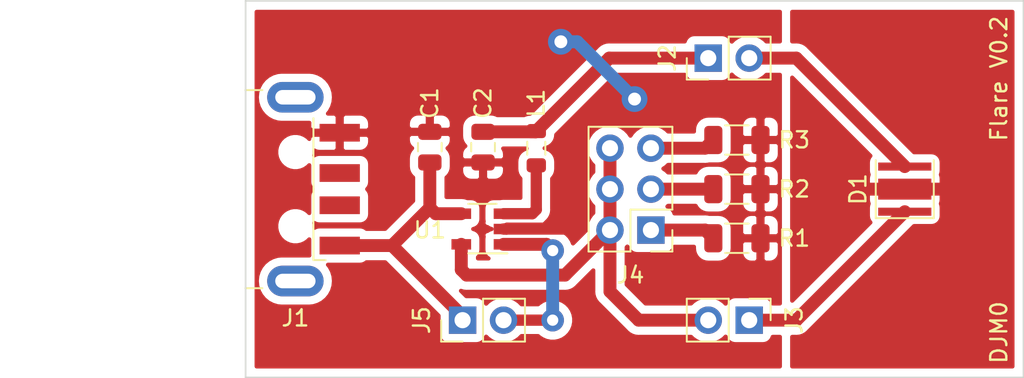
<source format=kicad_pcb>
(kicad_pcb (version 20211014) (generator pcbnew)
  (title_block (title "Flare") (date "2022-01-08") (rev "0.2") (company "DJM0"))
  (layers (0 "F.Cu" signal) (31 "B.Cu" signal) (34 "B.Paste" user) (35 "F.Paste" user) (36 "B.SilkS" user "B.Silkscreen") (37 "F.SilkS" user "F.Silkscreen") (38 "B.Mask" user) (39 "F.Mask" user) (44 "Edge.Cuts" user))
  (net 0 "")
  (net 1 "GND")
  (net 2 "Net-(C1-Pad1)")
  (net 3 "Net-(C2-Pad1)")
  (net 4 "Net-(D1-Pad1)")
  (net 5 "Net-(D1-Pad2)")
  (net 6 "Net-(J1-Pad5)")
  (net 7 "Net-(J1-Pad3)")
  (net 8 "Net-(J1-Pad2)")
  (net 9 "Net-(J3-Pad2)")
  (net 10 "Net-(J4-Pad5)")
  (net 11 "Net-(J4-Pad3)")
  (net 12 "Net-(J4-Pad1)")
  (net 13 "Net-(L1-Pad2)")
  (net 14 "Earth")
  (net 15 "Net-(J5-Pad2)")
  (footprint "Capacitor_SMD:C_0805_2012Metric" (layer "F.Cu") (at 95.25 66.99 90)
    (fp_text reference "C1" (at 2.728 0 90) (layer "F.SilkS"))
    (fp_text value "10uF")
    (fp_line (start -0.261252 -0.735) (end 0.261252 -0.735) (layer "F.SilkS") (width 0.12))
    (fp_line (start -0.261252 0.735) (end 0.261252 0.735) (layer "F.SilkS") (width 0.12))
    (pad "1" smd roundrect locked (at -0.95 0 90) (size 1 1.45) (layers "F.Cu" "F.Paste" "F.Mask") (net 2 "Net-(C1-Pad1)"))
    (pad "2" smd roundrect locked (at 0.95 0 90) (size 1 1.45) (layers "F.Cu" "F.Paste" "F.Mask") (net 1 "GND"))
  )
  (footprint "LED_SMD:LED_Cree-XP-G" (layer "F.Cu") (at 124.714 69.596 90)
    (fp_text reference "D1" (at 0 -2.9 90) (layer "F.SilkS"))
    (fp_text value "LED")
    (fp_line (start -1.8 1.8) (end -1.8 -1.8) (layer "F.SilkS") (width 0.12))
    (fp_line (start -1.8 -1.8) (end 1.8 -1.8) (layer "F.SilkS") (width 0.12))
    (fp_line (start 1.8 1.8) (end -1.8 1.8) (layer "F.SilkS") (width 0.12))
    (pad "1" smd rect locked (at -1.4 0 90) (size 0.5 3.3) (layers "F.Cu" "F.Paste" "F.Mask") (net 4 "Net-(D1-Pad1)"))
    (pad "2" smd rect locked (at 1.4 0 90) (size 0.5 3.3) (layers "F.Cu" "F.Paste" "F.Mask") (net 5 "Net-(D1-Pad2)"))
    (pad "3" smd rect locked (at 0 0 90) (size 1.3 3.3) (layers "F.Cu" "F.Mask") (net 14 "Earth"))
  )
  (footprint "Connector_USB:USB_A_CNCTech_1001-011-01101_Horizontal" (layer "F.Cu") (at 80.01 69.596 180)
    (fp_text reference "J1" (at -6.9 -8) (layer "F.SilkS"))
    (fp_text value "USB_A")
    (fp_line (start -8.02 -4.4) (end -8.775 -4.4) (layer "F.SilkS") (width 0.12))
    (fp_line (start -4.85 -6.145) (end -3.8 -6.145) (layer "F.SilkS") (width 0.12))
    (fp_line (start -4.85 6.145) (end -3.8 6.145) (layer "F.SilkS") (width 0.12))
    (fp_line (start -8.02 -4.4) (end -8.02 4.4) (layer "F.SilkS") (width 0.12))
    (pad "" np_thru_hole circle locked (at -6.9 2.3 180) (size 1.1 1.1) (drill 1.1) (layers *.Cu *.Mask))
    (pad "" np_thru_hole circle locked (at -6.9 -2.3 180) (size 1.1 1.1) (drill 1.1) (layers *.Cu *.Mask))
    (pad "1" smd rect locked (at -9.65 -3.5 180) (size 2.5 1.1) (layers "F.Cu" "F.Paste" "F.Mask") (net 2 "Net-(C1-Pad1)"))
    (pad "2" smd rect locked (at -9.65 -1 180) (size 2.5 1.1) (layers "F.Cu" "F.Paste" "F.Mask") (net 8 "Net-(J1-Pad2)"))
    (pad "3" smd rect locked (at -9.65 1 180) (size 2.5 1.1) (layers "F.Cu" "F.Paste" "F.Mask") (net 7 "Net-(J1-Pad3)"))
    (pad "4" smd rect locked (at -9.65 3.5 180) (size 2.5 1.1) (layers "F.Cu" "F.Paste" "F.Mask") (net 1 "GND"))
    (pad "5" thru_hole oval locked (at -6.9 -5.7 180) (size 3.5 1.9) (drill oval 2.5 0.9) (layers *.Cu *.Mask) (net 6 "Net-(J1-Pad5)"))
    (pad "5" thru_hole oval locked (at -6.9 5.7 180) (size 3.5 1.9) (drill oval 2.5 0.9) (layers *.Cu *.Mask) (net 6 "Net-(J1-Pad5)"))
  )
  (footprint "Connector_PinHeader_2.54mm:PinHeader_1x02_P2.54mm_Vertical" (layer "F.Cu") (at 112.522 61.468 90)
    (fp_text reference "J2" (at 0 -2.54 90) (layer "F.SilkS"))
    (fp_text value "Jumper")
    (fp_line (start -1.33 1.27) (end 1.33 1.27) (layer "F.SilkS") (width 0.12))
    (fp_line (start -1.33 1.27) (end -1.33 3.87) (layer "F.SilkS") (width 0.12))
    (fp_line (start 1.33 1.27) (end 1.33 3.87) (layer "F.SilkS") (width 0.12))
    (fp_line (start -1.33 3.87) (end 1.33 3.87) (layer "F.SilkS") (width 0.12))
    (fp_line (start -1.33 -1.33) (end 0 -1.33) (layer "F.SilkS") (width 0.12))
    (fp_line (start -1.33 0) (end -1.33 -1.33) (layer "F.SilkS") (width 0.12))
    (pad "1" thru_hole rect locked (at 0 0 90) (size 1.7 1.7) (drill 1) (layers *.Cu *.Mask) (net 3 "Net-(C2-Pad1)"))
    (pad "2" thru_hole oval locked (at 0 2.54 90) (size 1.7 1.7) (drill 1) (layers *.Cu *.Mask) (net 5 "Net-(D1-Pad2)"))
  )
  (footprint "Connector_PinHeader_2.54mm:PinHeader_1x02_P2.54mm_Vertical" (layer "F.Cu") (at 115.062 77.724 -90)
    (fp_text reference "J3" (at 0 -2.794 90) (layer "F.SilkS"))
    (fp_text value "Jumper")
    (fp_line (start -1.33 -1.33) (end 0 -1.33) (layer "F.SilkS") (width 0.12))
    (fp_line (start -1.33 1.27) (end -1.33 3.87) (layer "F.SilkS") (width 0.12))
    (fp_line (start -1.33 0) (end -1.33 -1.33) (layer "F.SilkS") (width 0.12))
    (fp_line (start -1.33 3.87) (end 1.33 3.87) (layer "F.SilkS") (width 0.12))
    (fp_line (start 1.33 1.27) (end 1.33 3.87) (layer "F.SilkS") (width 0.12))
    (fp_line (start -1.33 1.27) (end 1.33 1.27) (layer "F.SilkS") (width 0.12))
    (pad "1" thru_hole rect locked (at 0 0 270) (size 1.7 1.7) (drill 1) (layers *.Cu *.Mask) (net 4 "Net-(D1-Pad1)"))
    (pad "2" thru_hole oval locked (at 0 2.54 270) (size 1.7 1.7) (drill 1) (layers *.Cu *.Mask) (net 9 "Net-(J3-Pad2)"))
  )
  (footprint "Connector_PinHeader_2.54mm:PinHeader_2x03_P2.54mm_Vertical" (layer "F.Cu") (at 108.966 72.136 180)
    (fp_text reference "J4" (at 1.27 -2.794) (layer "F.SilkS"))
    (fp_text value "R Selector Pins")
    (fp_line (start -1.33 6.41) (end 3.87 6.41) (layer "F.SilkS") (width 0.12))
    (fp_line (start 1.27 -1.33) (end 3.87 -1.33) (layer "F.SilkS") (width 0.12))
    (fp_line (start 3.87 -1.33) (end 3.87 6.41) (layer "F.SilkS") (width 0.12))
    (fp_line (start 1.27 1.27) (end 1.27 -1.33) (layer "F.SilkS") (width 0.12))
    (fp_line (start -1.33 1.27) (end 1.27 1.27) (layer "F.SilkS") (width 0.12))
    (fp_line (start -1.33 1.27) (end -1.33 6.41) (layer "F.SilkS") (width 0.12))
    (fp_line (start -1.33 -1.33) (end 0 -1.33) (layer "F.SilkS") (width 0.12))
    (fp_line (start -1.33 0) (end -1.33 -1.33) (layer "F.SilkS") (width 0.12))
    (pad "1" thru_hole rect locked (at 0 0 180) (size 1.7 1.7) (drill 1) (layers *.Cu *.Mask) (net 12 "Net-(J4-Pad1)"))
    (pad "2" thru_hole oval locked (at 2.54 0 180) (size 1.7 1.7) (drill 1) (layers *.Cu *.Mask) (net 9 "Net-(J3-Pad2)"))
    (pad "3" thru_hole oval locked (at 0 2.54 180) (size 1.7 1.7) (drill 1) (layers *.Cu *.Mask) (net 11 "Net-(J4-Pad3)"))
    (pad "4" thru_hole oval locked (at 2.54 2.54 180) (size 1.7 1.7) (drill 1) (layers *.Cu *.Mask) (net 9 "Net-(J3-Pad2)"))
    (pad "5" thru_hole oval locked (at 0 5.08 180) (size 1.7 1.7) (drill 1) (layers *.Cu *.Mask) (net 10 "Net-(J4-Pad5)"))
    (pad "6" thru_hole oval locked (at 2.54 5.08 180) (size 1.7 1.7) (drill 1) (layers *.Cu *.Mask) (net 9 "Net-(J3-Pad2)"))
  )
  (footprint "Resistor_SMD:R_1206_3216Metric" (layer "F.Cu") (at 114.3 72.644)
    (fp_text reference "R1" (at 3.556 0) (layer "F.SilkS"))
    (fp_text value "0.1")
    (fp_line (start -0.727064 0.91) (end 0.727064 0.91) (layer "F.SilkS") (width 0.12))
    (fp_line (start -0.727064 -0.91) (end 0.727064 -0.91) (layer "F.SilkS") (width 0.12))
    (pad "1" smd roundrect locked (at -1.4625 0) (size 1.125 1.75) (layers "F.Cu" "F.Paste" "F.Mask") (roundrect_rratio 0.2222213333) (net 12 "Net-(J4-Pad1)"))
    (pad "2" smd roundrect locked (at 1.4625 0) (size 1.125 1.75) (layers "F.Cu" "F.Paste" "F.Mask") (roundrect_rratio 0.2222213333) (net 1 "GND"))
  )
  (footprint "Resistor_SMD:R_1206_3216Metric" (layer "F.Cu") (at 114.3 69.596)
    (fp_text reference "R2" (at 3.556 0) (layer "F.SilkS"))
    (fp_text value "0.2")
    (fp_line (start -0.727064 -0.91) (end 0.727064 -0.91) (layer "F.SilkS") (width 0.12))
    (fp_line (start -0.727064 0.91) (end 0.727064 0.91) (layer "F.SilkS") (width 0.12))
    (pad "1" smd roundrect locked (at -1.4625 0) (size 1.125 1.75) (layers "F.Cu" "F.Paste" "F.Mask") (roundrect_rratio 0.2222213333) (net 11 "Net-(J4-Pad3)"))
    (pad "2" smd roundrect locked (at 1.4625 0) (size 1.125 1.75) (layers "F.Cu" "F.Paste" "F.Mask") (roundrect_rratio 0.2222213333) (net 1 "GND"))
  )
  (footprint "Resistor_SMD:R_1206_3216Metric" (layer "F.Cu") (at 114.3 66.548)
    (fp_text reference "R3" (at 3.556 0) (layer "F.SilkS"))
    (fp_text value "0.5")
    (fp_line (start -0.727064 -0.91) (end 0.727064 -0.91) (layer "F.SilkS") (width 0.12))
    (fp_line (start -0.727064 0.91) (end 0.727064 0.91) (layer "F.SilkS") (width 0.12))
    (pad "1" smd roundrect locked (at -1.4625 0) (size 1.125 1.75) (layers "F.Cu" "F.Paste" "F.Mask") (roundrect_rratio 0.2222213333) (net 10 "Net-(J4-Pad5)"))
    (pad "2" smd roundrect locked (at 1.4625 0) (size 1.125 1.75) (layers "F.Cu" "F.Paste" "F.Mask") (roundrect_rratio 0.2222213333) (net 1 "GND"))
  )
  (footprint "Package_TO_SOT_SMD:TSOT-23-5" (layer "F.Cu") (at 98.512 72.07 180)
    (fp_text reference "U1" (at 3.262 -0.066) (layer "F.SilkS"))
    (fp_text value "PAM2804")
    (fp_line (start 0.88 -1.51) (end -1.55 -1.51) (layer "F.SilkS") (width 0.12))
    (fp_line (start -0.88 1.56) (end 0.88 1.56) (layer "F.SilkS") (width 0.12))
    (pad "1" smd rect locked (at -1.31 -0.95 180) (size 1.22 0.65) (layers "F.Cu" "F.Paste" "F.Mask") (net 15 "Net-(J5-Pad2)"))
    (pad "2" smd rect locked (at -1.31 0 180) (size 1.22 0.65) (layers "F.Cu" "F.Paste" "F.Mask") (net 1 "GND"))
    (pad "3" smd rect locked (at -1.31 0.95 180) (size 1.22 0.65) (layers "F.Cu" "F.Paste" "F.Mask") (net 13 "Net-(L1-Pad2)"))
    (pad "4" smd rect locked (at 1.31 0.95 180) (size 1.22 0.65) (layers "F.Cu" "F.Paste" "F.Mask") (net 2 "Net-(C1-Pad1)"))
    (pad "5" smd rect locked (at 1.31 -0.95 180) (size 1.22 0.65) (layers "F.Cu" "F.Paste" "F.Mask") (net 9 "Net-(J3-Pad2)"))
  )
  (footprint "Inductor_SMD:L_0805_2012Metric" (layer "F.Cu") (at 101.854 67.056 -90)
    (fp_text reference "L1" (at -2.794 0 90) (layer "F.SilkS"))
    (fp_text value "4.7uH")
    (fp_line (start -0.399622 0.56) (end 0.399622 0.56) (layer "F.SilkS") (width 0.12))
    (fp_line (start -0.399622 -0.56) (end 0.399622 -0.56) (layer "F.SilkS") (width 0.12))
    (pad "1" smd roundrect locked (at -1.0625 0 270) (size 0.875 1.2) (layers "F.Cu" "F.Paste" "F.Mask") (net 3 "Net-(C2-Pad1)"))
    (pad "2" smd roundrect locked (at 1.0625 0 270) (size 0.875 1.2) (layers "F.Cu" "F.Paste" "F.Mask") (net 13 "Net-(L1-Pad2)"))
  )
  (footprint "Capacitor_SMD:C_0805_2012Metric" (layer "F.Cu") (at 98.552 66.99 -90)
    (fp_text reference "C2" (at -2.728 0 90) (layer "F.SilkS"))
    (fp_text value "10uF")
    (fp_line (start -0.261252 0.735) (end 0.261252 0.735) (layer "F.SilkS") (width 0.12))
    (fp_line (start -0.261252 -0.735) (end 0.261252 -0.735) (layer "F.SilkS") (width 0.12))
    (pad "1" smd roundrect locked (at -0.95 0 270) (size 1 1.45) (layers "F.Cu" "F.Paste" "F.Mask") (net 3 "Net-(C2-Pad1)"))
    (pad "2" smd roundrect locked (at 0.95 0 270) (size 1 1.45) (layers "F.Cu" "F.Paste" "F.Mask") (net 1 "GND"))
  )
  (footprint "Connector_PinHeader_2.54mm:PinHeader_1x02_P2.54mm_Vertical" (layer "F.Cu") (at 97.282 77.724 90)
    (fp_text reference "J5" (at 0 -2.54 90) (layer "F.SilkS"))
    (fp_text value "Jumper")
    (fp_line (start -1.33 0) (end -1.33 -1.33) (layer "F.SilkS") (width 0.12))
    (fp_line (start 1.33 1.27) (end 1.33 3.87) (layer "F.SilkS") (width 0.12))
    (fp_line (start -1.33 3.87) (end 1.33 3.87) (layer "F.SilkS") (width 0.12))
    (fp_line (start -1.33 1.27) (end -1.33 3.87) (layer "F.SilkS") (width 0.12))
    (fp_line (start -1.33 -1.33) (end 0 -1.33) (layer "F.SilkS") (width 0.12))
    (fp_line (start -1.33 1.27) (end 1.33 1.27) (layer "F.SilkS") (width 0.12))
    (pad "1" thru_hole rect locked (at 0 0 90) (size 1.7 1.7) (drill 1) (layers *.Cu *.Mask) (net 2 "Net-(C1-Pad1)"))
    (pad "2" thru_hole oval locked (at 0 2.54 90) (size 1.7 1.7) (drill 1) (layers *.Cu *.Mask) (net 15 "Net-(J5-Pad2)"))
  )
  (gr_line (start 83.82 81.28) (end 83.82 57.912) (layer "Edge.Cuts") (width 0.1))
  (gr_line (start 83.82 57.912) (end 132.08 57.912) (layer "Edge.Cuts") (width 0.1))
  (gr_line (start 132.08 81.28) (end 83.82 81.28) (layer "Edge.Cuts") (width 0.1))
  (gr_line (start 132.08 57.912) (end 132.08 81.28) (layer "Edge.Cuts") (width 0.1))
  (gr_text "DJM0" (at 130.556 78.486 90) (layer "F.SilkS") (effects (font (size 1 1))))
  (gr_text "Flare V0.2" (at 130.556 62.738 90) (layer "F.SilkS") (effects (font (size 1 1))))
  (segment (start 100.01 72.07) (end 100.05999 72.02001) (width 0.7) (layer "F.Cu") (net 1))
  (segment (start 99.822 72.07) (end 104.206 72.07) (width 0.7) (layer "F.Cu") (net 1))
  (segment (start 100.05999 72.02001) (end 102.47799 72.02001) (width 0.7) (layer "F.Cu") (net 1))
  (segment (start 99.822 72.07) (end 100.01 72.07) (width 0.7) (layer "F.Cu") (net 1))
  (via (at 107.95 64.008) (size 1.6) (drill 0.8) (layers "F.Cu" "B.Cu") (net 1))
  (via (at 103.378 60.452) (size 1.6) (drill 0.8) (layers "F.Cu" "B.Cu") (net 1))
  (segment (start 104.394 60.452) (end 107.95 64.008) (width 0.8) (layer "B.Cu") (net 1))
  (segment (start 103.378 60.452) (end 104.394 60.452) (width 0.8) (layer "B.Cu") (net 1))
  (segment (start 97.282 77.724) (end 97.282 77.47) (width 0.8) (layer "F.Cu") (net 2))
  (segment (start 95.616 71.12) (end 95.25 70.754) (width 0.8) (layer "F.Cu") (net 2))
  (segment (start 97.282 77.47) (end 92.908 73.096) (width 0.8) (layer "F.Cu") (net 2))
  (segment (start 89.66 73.096) (end 92.908 73.096) (width 0.8) (layer "F.Cu") (net 2))
  (segment (start 95.25 70.754) (end 95.25 67.94) (width 0.8) (layer "F.Cu") (net 2))
  (segment (start 97.202 71.12) (end 95.616 71.12) (width 0.8) (layer "F.Cu") (net 2))
  (segment (start 92.908 73.096) (end 95.25 70.754) (width 0.8) (layer "F.Cu") (net 2))
  (segment (start 101.8075 66.04) (end 101.854 65.9935) (width 0.8) (layer "F.Cu") (net 3))
  (segment (start 106.3795 61.468) (end 112.522 61.468) (width 0.8) (layer "F.Cu") (net 3))
  (segment (start 101.854 65.9935) (end 106.3795 61.468) (width 0.8) (layer "F.Cu") (net 3))
  (segment (start 98.552 66.04) (end 101.8075 66.04) (width 0.8) (layer "F.Cu") (net 3))
  (segment (start 115.062 77.724) (end 117.986 77.724) (width 0.8) (layer "F.Cu") (net 4))
  (segment (start 117.986 77.724) (end 124.714 70.996) (width 0.8) (layer "F.Cu") (net 4))
  (segment (start 115.062 61.468) (end 117.986 61.468) (width 0.8) (layer "F.Cu") (net 5))
  (segment (start 117.986 61.468) (end 124.714 68.196) (width 0.8) (layer "F.Cu") (net 5))
  (segment (start 97.202 73.02) (end 97.202 74.596) (width 0.8) (layer "F.Cu") (net 9))
  (segment (start 106.426 67.056) (end 106.426 72.136) (width 0.8) (layer "F.Cu") (net 9))
  (segment (start 97.536 74.93) (end 103.632 74.93) (width 0.8) (layer "F.Cu") (net 9))
  (segment (start 97.202 74.596) (end 97.536 74.93) (width 0.8) (layer "F.Cu") (net 9))
  (segment (start 108.204 77.724) (end 112.522 77.724) (width 0.8) (layer "F.Cu") (net 9))
  (segment (start 106.426 72.136) (end 106.426 75.946) (width 0.8) (layer "F.Cu") (net 9))
  (segment (start 103.632 74.93) (end 106.426 72.136) (width 0.8) (layer "F.Cu") (net 9))
  (segment (start 106.426 75.946) (end 108.204 77.724) (width 0.8) (layer "F.Cu") (net 9))
  (segment (start 112.3295 67.056) (end 112.8375 66.548) (width 0.8) (layer "F.Cu") (net 10))
  (segment (start 108.966 67.056) (end 112.3295 67.056) (width 0.8) (layer "F.Cu") (net 10))
  (segment (start 108.966 69.596) (end 112.8375 69.596) (width 0.8) (layer "F.Cu") (net 11))
  (segment (start 108.966 72.136) (end 112.3295 72.136) (width 0.8) (layer "F.Cu") (net 12))
  (segment (start 112.3295 72.136) (end 112.8375 72.644) (width 0.8) (layer "F.Cu") (net 12))
  (segment (start 101.6 71.12) (end 101.854 70.866) (width 0.7) (layer "F.Cu") (net 13))
  (segment (start 99.822 71.12) (end 101.6 71.12) (width 0.7) (layer "F.Cu") (net 13))
  (segment (start 101.854 70.866) (end 101.854 68.1185) (width 0.7) (layer "F.Cu") (net 13))
  (segment (start 124.714 69.596) (end 121.666 69.596) (width 0.8) (layer "F.Cu") (net 14))
  (segment (start 124.714 69.596) (end 127.254 69.596) (width 0.8) (layer "F.Cu") (net 14))
  (segment (start 102.484 73.02) (end 102.87 73.406) (width 0.8) (layer "F.Cu") (net 15))
  (segment (start 99.822 73.02) (end 102.484 73.02) (width 0.8) (layer "F.Cu") (net 15))
  (segment (start 99.822 77.724) (end 102.87 77.724) (width 0.7) (layer "F.Cu") (net 15))
  (via (at 102.87 73.406) (size 1.4) (drill 0.7) (layers "F.Cu" "B.Cu") (net 15))
  (via (at 102.87 77.724) (size 1.4) (drill 0.7) (layers "F.Cu" "B.Cu") (net 15))
  (segment (start 102.87 73.406) (end 102.87 77.724) (width 0.8) (layer "B.Cu") (net 15))
  (zone (net 1) (net_name "GND") (layer "F.Cu") (connect_pads (clearance 0.508)) (min_thickness 0.254) (fill yes (thermal_gap 0.508) (thermal_bridge_width 0.508))
    (polygon (pts (xy 117.094 80.772) (xy 84.328 80.772) (xy 84.328 58.42) (xy 117.094 58.42)))
  )
  (zone (net 14) (net_name "Earth") (layer "F.Cu") (connect_pads (clearance 0.508)) (min_thickness 0.254) (fill yes (thermal_gap 0.508) (thermal_bridge_width 0.508))
    (polygon (pts (xy 131.572 80.772) (xy 117.602 80.772) (xy 117.602 58.42) (xy 131.572 58.42)))
  )
)
</source>
